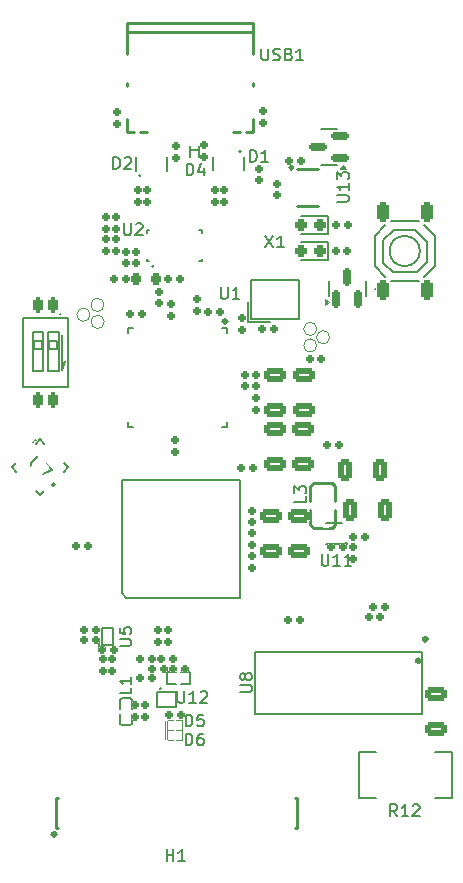
<source format=gbr>
%TF.GenerationSoftware,KiCad,Pcbnew,9.0.0*%
%TF.CreationDate,2025-03-19T22:59:48-05:00*%
%TF.ProjectId,opu_driver,6f70755f-6472-4697-9665-722e6b696361,rev?*%
%TF.SameCoordinates,Original*%
%TF.FileFunction,Legend,Top*%
%TF.FilePolarity,Positive*%
%FSLAX46Y46*%
G04 Gerber Fmt 4.6, Leading zero omitted, Abs format (unit mm)*
G04 Created by KiCad (PCBNEW 9.0.0) date 2025-03-19 22:59:48*
%MOMM*%
%LPD*%
G01*
G04 APERTURE LIST*
G04 Aperture macros list*
%AMRoundRect*
0 Rectangle with rounded corners*
0 $1 Rounding radius*
0 $2 $3 $4 $5 $6 $7 $8 $9 X,Y pos of 4 corners*
0 Add a 4 corners polygon primitive as box body*
4,1,4,$2,$3,$4,$5,$6,$7,$8,$9,$2,$3,0*
0 Add four circle primitives for the rounded corners*
1,1,$1+$1,$2,$3*
1,1,$1+$1,$4,$5*
1,1,$1+$1,$6,$7*
1,1,$1+$1,$8,$9*
0 Add four rect primitives between the rounded corners*
20,1,$1+$1,$2,$3,$4,$5,0*
20,1,$1+$1,$4,$5,$6,$7,0*
20,1,$1+$1,$6,$7,$8,$9,0*
20,1,$1+$1,$8,$9,$2,$3,0*%
%AMRotRect*
0 Rectangle, with rotation*
0 The origin of the aperture is its center*
0 $1 length*
0 $2 width*
0 $3 Rotation angle, in degrees counterclockwise*
0 Add horizontal line*
21,1,$1,$2,0,0,$3*%
%AMFreePoly0*
4,1,14,0.135355,0.285355,0.150000,0.250000,0.150000,-0.250000,0.135355,-0.285355,0.100000,-0.300000,-0.100000,-0.300000,-0.135355,-0.285355,-0.150000,-0.250000,-0.150000,0.150000,-0.135355,0.185355,-0.035355,0.285355,0.000000,0.300000,0.100000,0.300000,0.135355,0.285355,0.135355,0.285355,$1*%
%AMFreePoly1*
4,1,14,0.035355,0.285355,0.135355,0.185355,0.150000,0.150000,0.150000,-0.250000,0.135355,-0.285355,0.100000,-0.300000,-0.100000,-0.300000,-0.135355,-0.285355,-0.150000,-0.250000,-0.150000,0.250000,-0.135355,0.285355,-0.100000,0.300000,0.000000,0.300000,0.035355,0.285355,0.035355,0.285355,$1*%
%AMFreePoly2*
4,1,14,0.285355,0.135355,0.300000,0.100000,0.300000,-0.100000,0.285355,-0.135355,0.250000,-0.150000,-0.150000,-0.150000,-0.185355,-0.135355,-0.285355,-0.035355,-0.300000,0.000000,-0.300000,0.100000,-0.285355,0.135355,-0.250000,0.150000,0.250000,0.150000,0.285355,0.135355,0.285355,0.135355,$1*%
%AMFreePoly3*
4,1,14,0.285355,0.135355,0.300000,0.100000,0.300000,-0.100000,0.285355,-0.135355,0.250000,-0.150000,-0.250000,-0.150000,-0.285355,-0.135355,-0.300000,-0.100000,-0.300000,0.000000,-0.285355,0.035355,-0.185355,0.135355,-0.150000,0.150000,0.250000,0.150000,0.285355,0.135355,0.285355,0.135355,$1*%
%AMFreePoly4*
4,1,14,0.135355,0.285355,0.150000,0.250000,0.150000,-0.150000,0.135355,-0.185355,0.035355,-0.285355,0.000000,-0.300000,-0.100000,-0.300000,-0.135355,-0.285355,-0.150000,-0.250000,-0.150000,0.250000,-0.135355,0.285355,-0.100000,0.300000,0.100000,0.300000,0.135355,0.285355,0.135355,0.285355,$1*%
%AMFreePoly5*
4,1,14,0.135355,0.285355,0.150000,0.250000,0.150000,-0.250000,0.135355,-0.285355,0.100000,-0.300000,0.000000,-0.300000,-0.035355,-0.285355,-0.135355,-0.185355,-0.150000,-0.150000,-0.150000,0.250000,-0.135355,0.285355,-0.100000,0.300000,0.100000,0.300000,0.135355,0.285355,0.135355,0.285355,$1*%
%AMFreePoly6*
4,1,14,0.185355,0.135355,0.285355,0.035355,0.300000,0.000000,0.300000,-0.100000,0.285355,-0.135355,0.250000,-0.150000,-0.250000,-0.150000,-0.285355,-0.135355,-0.300000,-0.100000,-0.300000,0.100000,-0.285355,0.135355,-0.250000,0.150000,0.150000,0.150000,0.185355,0.135355,0.185355,0.135355,$1*%
%AMFreePoly7*
4,1,14,0.285355,0.135355,0.300000,0.100000,0.300000,0.000000,0.285355,-0.035355,0.185355,-0.135355,0.150000,-0.150000,-0.250000,-0.150000,-0.285355,-0.135355,-0.300000,-0.100000,-0.300000,0.100000,-0.285355,0.135355,-0.250000,0.150000,0.250000,0.150000,0.285355,0.135355,0.285355,0.135355,$1*%
G04 Aperture macros list end*
%ADD10C,0.150000*%
%ADD11C,0.120000*%
%ADD12C,0.250000*%
%ADD13C,0.300000*%
%ADD14C,0.080000*%
%ADD15C,0.152400*%
%ADD16C,0.000000*%
%ADD17C,0.200000*%
%ADD18RoundRect,0.159000X-0.189000X0.159000X-0.189000X-0.159000X0.189000X-0.159000X0.189000X0.159000X0*%
%ADD19RoundRect,0.159000X0.189000X-0.159000X0.189000X0.159000X-0.189000X0.159000X-0.189000X-0.159000X0*%
%ADD20RoundRect,0.239000X0.239000X0.274000X-0.239000X0.274000X-0.239000X-0.274000X0.239000X-0.274000X0*%
%ADD21RoundRect,0.266521X-0.671479X0.346479X-0.671479X-0.346479X0.671479X-0.346479X0.671479X0.346479X0*%
%ADD22FreePoly0,0.000000*%
%ADD23O,0.200000X0.510000*%
%ADD24FreePoly1,0.000000*%
%ADD25FreePoly2,0.000000*%
%ADD26O,0.510000X0.200000*%
%ADD27FreePoly3,0.000000*%
%ADD28FreePoly4,0.000000*%
%ADD29FreePoly5,0.000000*%
%ADD30FreePoly6,0.000000*%
%ADD31FreePoly7,0.000000*%
%ADD32R,3.200000X1.200000*%
%ADD33RoundRect,0.159000X-0.246073X-0.021213X-0.021213X-0.246073X0.246073X0.021213X0.021213X0.246073X0*%
%ADD34RoundRect,0.266521X-0.229810X0.719805X-0.719805X0.229810X0.229810X-0.719805X0.719805X-0.229810X0*%
%ADD35RoundRect,0.159000X-0.159000X-0.189000X0.159000X-0.189000X0.159000X0.189000X-0.159000X0.189000X0*%
%ADD36RoundRect,0.266521X0.671479X-0.346479X0.671479X0.346479X-0.671479X0.346479X-0.671479X-0.346479X0*%
%ADD37RoundRect,0.159000X0.159000X0.189000X-0.159000X0.189000X-0.159000X-0.189000X0.159000X-0.189000X0*%
%ADD38RoundRect,0.266521X-0.346479X-0.671479X0.346479X-0.671479X0.346479X0.671479X-0.346479X0.671479X0*%
%ADD39C,0.508000*%
%ADD40R,0.600000X1.800000*%
%ADD41R,0.220000X0.610000*%
%ADD42R,0.410000X0.610000*%
%ADD43R,1.400000X1.200000*%
%ADD44RoundRect,0.159000X-0.021213X0.246073X-0.246073X0.021213X0.021213X-0.246073X0.246073X-0.021213X0*%
%ADD45R,0.400000X0.600000*%
%ADD46RoundRect,0.150000X0.150000X-0.590000X0.150000X0.590000X-0.150000X0.590000X-0.150000X-0.590000X0*%
%ADD47R,1.380000X1.130000*%
%ADD48RotRect,0.330200X0.406400X45.000000*%
%ADD49RotRect,0.330200X0.406400X315.000000*%
%ADD50RotRect,1.092200X1.092200X315.000000*%
%ADD51RoundRect,0.159000X0.246073X0.021213X0.021213X0.246073X-0.246073X-0.021213X-0.021213X-0.246073X0*%
%ADD52RoundRect,0.150000X0.590000X0.150000X-0.590000X0.150000X-0.590000X-0.150000X0.590000X-0.150000X0*%
%ADD53RoundRect,0.159000X0.021213X-0.246073X0.246073X-0.021213X-0.021213X0.246073X-0.246073X0.021213X0*%
%ADD54O,0.280000X1.720000*%
%ADD55R,5.830000X3.230000*%
%ADD56RoundRect,0.219000X0.219000X0.294000X-0.219000X0.294000X-0.219000X-0.294000X0.219000X-0.294000X0*%
%ADD57C,0.800000*%
%ADD58R,0.300000X1.140000*%
%ADD59R,1.450000X0.300000*%
%ADD60O,1.190000X2.840000*%
%ADD61C,1.000000*%
%ADD62RoundRect,0.250000X0.250000X-0.600000X0.250000X0.600000X-0.250000X0.600000X-0.250000X-0.600000X0*%
%ADD63R,1.100000X0.600000*%
%ADD64R,0.550000X0.280000*%
%ADD65C,0.220000*%
%ADD66R,0.540000X0.790000*%
%ADD67RoundRect,0.200000X-0.200000X0.450000X-0.200000X-0.450000X0.200000X-0.450000X0.200000X0.450000X0*%
%ADD68R,0.570000X0.540000*%
%ADD69RoundRect,0.266521X0.229810X-0.719805X0.719805X-0.229810X-0.229810X0.719805X-0.719805X0.229810X0*%
%ADD70C,0.200000*%
%ADD71R,0.260000X0.520000*%
%ADD72R,1.280000X3.460000*%
%ADD73C,0.230000*%
%ADD74R,0.200000X0.900000*%
%ADD75R,0.900000X0.200000*%
%ADD76R,5.500000X5.500000*%
G04 APERTURE END LIST*
D10*
X45238095Y-121854819D02*
X45238095Y-122664342D01*
X45238095Y-122664342D02*
X45285714Y-122759580D01*
X45285714Y-122759580D02*
X45333333Y-122807200D01*
X45333333Y-122807200D02*
X45428571Y-122854819D01*
X45428571Y-122854819D02*
X45619047Y-122854819D01*
X45619047Y-122854819D02*
X45714285Y-122807200D01*
X45714285Y-122807200D02*
X45761904Y-122759580D01*
X45761904Y-122759580D02*
X45809523Y-122664342D01*
X45809523Y-122664342D02*
X45809523Y-121854819D01*
X46238095Y-121950057D02*
X46285714Y-121902438D01*
X46285714Y-121902438D02*
X46380952Y-121854819D01*
X46380952Y-121854819D02*
X46619047Y-121854819D01*
X46619047Y-121854819D02*
X46714285Y-121902438D01*
X46714285Y-121902438D02*
X46761904Y-121950057D01*
X46761904Y-121950057D02*
X46809523Y-122045295D01*
X46809523Y-122045295D02*
X46809523Y-122140533D01*
X46809523Y-122140533D02*
X46761904Y-122283390D01*
X46761904Y-122283390D02*
X46190476Y-122854819D01*
X46190476Y-122854819D02*
X46809523Y-122854819D01*
X48838095Y-175854819D02*
X48838095Y-174854819D01*
X48838095Y-175331009D02*
X49409523Y-175331009D01*
X49409523Y-175854819D02*
X49409523Y-174854819D01*
X50409523Y-175854819D02*
X49838095Y-175854819D01*
X50123809Y-175854819D02*
X50123809Y-174854819D01*
X50123809Y-174854819D02*
X50028571Y-174997676D01*
X50028571Y-174997676D02*
X49933333Y-175092914D01*
X49933333Y-175092914D02*
X49838095Y-175140533D01*
X55920070Y-116654819D02*
X55920070Y-115654819D01*
X55920070Y-115654819D02*
X56158165Y-115654819D01*
X56158165Y-115654819D02*
X56301022Y-115702438D01*
X56301022Y-115702438D02*
X56396260Y-115797676D01*
X56396260Y-115797676D02*
X56443879Y-115892914D01*
X56443879Y-115892914D02*
X56491498Y-116083390D01*
X56491498Y-116083390D02*
X56491498Y-116226247D01*
X56491498Y-116226247D02*
X56443879Y-116416723D01*
X56443879Y-116416723D02*
X56396260Y-116511961D01*
X56396260Y-116511961D02*
X56301022Y-116607200D01*
X56301022Y-116607200D02*
X56158165Y-116654819D01*
X56158165Y-116654819D02*
X55920070Y-116654819D01*
X57443879Y-116654819D02*
X56872451Y-116654819D01*
X57158165Y-116654819D02*
X57158165Y-115654819D01*
X57158165Y-115654819D02*
X57062927Y-115797676D01*
X57062927Y-115797676D02*
X56967689Y-115892914D01*
X56967689Y-115892914D02*
X56872451Y-115940533D01*
X57211353Y-122901757D02*
X57878019Y-123901757D01*
X57878019Y-122901757D02*
X57211353Y-123901757D01*
X58782781Y-123901757D02*
X58211353Y-123901757D01*
X58497067Y-123901757D02*
X58497067Y-122901757D01*
X58497067Y-122901757D02*
X58401829Y-123044614D01*
X58401829Y-123044614D02*
X58306591Y-123139852D01*
X58306591Y-123139852D02*
X58211353Y-123187471D01*
X50461905Y-164454819D02*
X50461905Y-163454819D01*
X50461905Y-163454819D02*
X50700000Y-163454819D01*
X50700000Y-163454819D02*
X50842857Y-163502438D01*
X50842857Y-163502438D02*
X50938095Y-163597676D01*
X50938095Y-163597676D02*
X50985714Y-163692914D01*
X50985714Y-163692914D02*
X51033333Y-163883390D01*
X51033333Y-163883390D02*
X51033333Y-164026247D01*
X51033333Y-164026247D02*
X50985714Y-164216723D01*
X50985714Y-164216723D02*
X50938095Y-164311961D01*
X50938095Y-164311961D02*
X50842857Y-164407200D01*
X50842857Y-164407200D02*
X50700000Y-164454819D01*
X50700000Y-164454819D02*
X50461905Y-164454819D01*
X51938095Y-163454819D02*
X51461905Y-163454819D01*
X51461905Y-163454819D02*
X51414286Y-163931009D01*
X51414286Y-163931009D02*
X51461905Y-163883390D01*
X51461905Y-163883390D02*
X51557143Y-163835771D01*
X51557143Y-163835771D02*
X51795238Y-163835771D01*
X51795238Y-163835771D02*
X51890476Y-163883390D01*
X51890476Y-163883390D02*
X51938095Y-163931009D01*
X51938095Y-163931009D02*
X51985714Y-164026247D01*
X51985714Y-164026247D02*
X51985714Y-164264342D01*
X51985714Y-164264342D02*
X51938095Y-164359580D01*
X51938095Y-164359580D02*
X51890476Y-164407200D01*
X51890476Y-164407200D02*
X51795238Y-164454819D01*
X51795238Y-164454819D02*
X51557143Y-164454819D01*
X51557143Y-164454819D02*
X51461905Y-164407200D01*
X51461905Y-164407200D02*
X51414286Y-164359580D01*
X44333270Y-117251286D02*
X44333270Y-116251286D01*
X44333270Y-116251286D02*
X44571365Y-116251286D01*
X44571365Y-116251286D02*
X44714222Y-116298905D01*
X44714222Y-116298905D02*
X44809460Y-116394143D01*
X44809460Y-116394143D02*
X44857079Y-116489381D01*
X44857079Y-116489381D02*
X44904698Y-116679857D01*
X44904698Y-116679857D02*
X44904698Y-116822714D01*
X44904698Y-116822714D02*
X44857079Y-117013190D01*
X44857079Y-117013190D02*
X44809460Y-117108428D01*
X44809460Y-117108428D02*
X44714222Y-117203667D01*
X44714222Y-117203667D02*
X44571365Y-117251286D01*
X44571365Y-117251286D02*
X44333270Y-117251286D01*
X45285651Y-116346524D02*
X45333270Y-116298905D01*
X45333270Y-116298905D02*
X45428508Y-116251286D01*
X45428508Y-116251286D02*
X45666603Y-116251286D01*
X45666603Y-116251286D02*
X45761841Y-116298905D01*
X45761841Y-116298905D02*
X45809460Y-116346524D01*
X45809460Y-116346524D02*
X45857079Y-116441762D01*
X45857079Y-116441762D02*
X45857079Y-116537000D01*
X45857079Y-116537000D02*
X45809460Y-116679857D01*
X45809460Y-116679857D02*
X45238032Y-117251286D01*
X45238032Y-117251286D02*
X45857079Y-117251286D01*
X60654819Y-144966666D02*
X60654819Y-145442856D01*
X60654819Y-145442856D02*
X59654819Y-145442856D01*
X59654819Y-144728570D02*
X59654819Y-144109523D01*
X59654819Y-144109523D02*
X60035771Y-144442856D01*
X60035771Y-144442856D02*
X60035771Y-144299999D01*
X60035771Y-144299999D02*
X60083390Y-144204761D01*
X60083390Y-144204761D02*
X60131009Y-144157142D01*
X60131009Y-144157142D02*
X60226247Y-144109523D01*
X60226247Y-144109523D02*
X60464342Y-144109523D01*
X60464342Y-144109523D02*
X60559580Y-144157142D01*
X60559580Y-144157142D02*
X60607200Y-144204761D01*
X60607200Y-144204761D02*
X60654819Y-144299999D01*
X60654819Y-144299999D02*
X60654819Y-144585713D01*
X60654819Y-144585713D02*
X60607200Y-144680951D01*
X60607200Y-144680951D02*
X60559580Y-144728570D01*
X37965393Y-141594067D02*
X37392973Y-142166487D01*
X37392973Y-142166487D02*
X37359301Y-142267502D01*
X37359301Y-142267502D02*
X37359301Y-142334846D01*
X37359301Y-142334846D02*
X37392973Y-142435861D01*
X37392973Y-142435861D02*
X37527660Y-142570548D01*
X37527660Y-142570548D02*
X37628675Y-142604220D01*
X37628675Y-142604220D02*
X37696019Y-142604220D01*
X37696019Y-142604220D02*
X37797034Y-142570548D01*
X37797034Y-142570548D02*
X38369454Y-141998128D01*
X38638828Y-142267502D02*
X39110232Y-142738907D01*
X39110232Y-142738907D02*
X38100080Y-143142968D01*
X37738664Y-139952769D02*
X37570305Y-140121127D01*
X37469290Y-139885425D02*
X37570305Y-140121127D01*
X37570305Y-140121127D02*
X37806007Y-140222143D01*
X37334603Y-140154799D02*
X37570305Y-140121127D01*
X37570305Y-140121127D02*
X37536633Y-140356830D01*
X37738664Y-139952769D02*
X37570305Y-140121127D01*
X37469290Y-139885425D02*
X37570305Y-140121127D01*
X37570305Y-140121127D02*
X37806007Y-140222143D01*
X37334603Y-140154799D02*
X37570305Y-140121127D01*
X37570305Y-140121127D02*
X37536633Y-140356830D01*
X55054819Y-161527771D02*
X55864342Y-161527771D01*
X55864342Y-161527771D02*
X55959580Y-161480152D01*
X55959580Y-161480152D02*
X56007200Y-161432533D01*
X56007200Y-161432533D02*
X56054819Y-161337295D01*
X56054819Y-161337295D02*
X56054819Y-161146819D01*
X56054819Y-161146819D02*
X56007200Y-161051581D01*
X56007200Y-161051581D02*
X55959580Y-161003962D01*
X55959580Y-161003962D02*
X55864342Y-160956343D01*
X55864342Y-160956343D02*
X55054819Y-160956343D01*
X55483390Y-160337295D02*
X55435771Y-160432533D01*
X55435771Y-160432533D02*
X55388152Y-160480152D01*
X55388152Y-160480152D02*
X55292914Y-160527771D01*
X55292914Y-160527771D02*
X55245295Y-160527771D01*
X55245295Y-160527771D02*
X55150057Y-160480152D01*
X55150057Y-160480152D02*
X55102438Y-160432533D01*
X55102438Y-160432533D02*
X55054819Y-160337295D01*
X55054819Y-160337295D02*
X55054819Y-160146819D01*
X55054819Y-160146819D02*
X55102438Y-160051581D01*
X55102438Y-160051581D02*
X55150057Y-160003962D01*
X55150057Y-160003962D02*
X55245295Y-159956343D01*
X55245295Y-159956343D02*
X55292914Y-159956343D01*
X55292914Y-159956343D02*
X55388152Y-160003962D01*
X55388152Y-160003962D02*
X55435771Y-160051581D01*
X55435771Y-160051581D02*
X55483390Y-160146819D01*
X55483390Y-160146819D02*
X55483390Y-160337295D01*
X55483390Y-160337295D02*
X55531009Y-160432533D01*
X55531009Y-160432533D02*
X55578628Y-160480152D01*
X55578628Y-160480152D02*
X55673866Y-160527771D01*
X55673866Y-160527771D02*
X55864342Y-160527771D01*
X55864342Y-160527771D02*
X55959580Y-160480152D01*
X55959580Y-160480152D02*
X56007200Y-160432533D01*
X56007200Y-160432533D02*
X56054819Y-160337295D01*
X56054819Y-160337295D02*
X56054819Y-160146819D01*
X56054819Y-160146819D02*
X56007200Y-160051581D01*
X56007200Y-160051581D02*
X55959580Y-160003962D01*
X55959580Y-160003962D02*
X55864342Y-159956343D01*
X55864342Y-159956343D02*
X55673866Y-159956343D01*
X55673866Y-159956343D02*
X55578628Y-160003962D01*
X55578628Y-160003962D02*
X55531009Y-160051581D01*
X55531009Y-160051581D02*
X55483390Y-160146819D01*
X56874070Y-107066686D02*
X56874070Y-107876209D01*
X56874070Y-107876209D02*
X56921689Y-107971447D01*
X56921689Y-107971447D02*
X56969308Y-108019067D01*
X56969308Y-108019067D02*
X57064546Y-108066686D01*
X57064546Y-108066686D02*
X57255022Y-108066686D01*
X57255022Y-108066686D02*
X57350260Y-108019067D01*
X57350260Y-108019067D02*
X57397879Y-107971447D01*
X57397879Y-107971447D02*
X57445498Y-107876209D01*
X57445498Y-107876209D02*
X57445498Y-107066686D01*
X57874070Y-108019067D02*
X58016927Y-108066686D01*
X58016927Y-108066686D02*
X58255022Y-108066686D01*
X58255022Y-108066686D02*
X58350260Y-108019067D01*
X58350260Y-108019067D02*
X58397879Y-107971447D01*
X58397879Y-107971447D02*
X58445498Y-107876209D01*
X58445498Y-107876209D02*
X58445498Y-107780971D01*
X58445498Y-107780971D02*
X58397879Y-107685733D01*
X58397879Y-107685733D02*
X58350260Y-107638114D01*
X58350260Y-107638114D02*
X58255022Y-107590495D01*
X58255022Y-107590495D02*
X58064546Y-107542876D01*
X58064546Y-107542876D02*
X57969308Y-107495257D01*
X57969308Y-107495257D02*
X57921689Y-107447638D01*
X57921689Y-107447638D02*
X57874070Y-107352400D01*
X57874070Y-107352400D02*
X57874070Y-107257162D01*
X57874070Y-107257162D02*
X57921689Y-107161924D01*
X57921689Y-107161924D02*
X57969308Y-107114305D01*
X57969308Y-107114305D02*
X58064546Y-107066686D01*
X58064546Y-107066686D02*
X58302641Y-107066686D01*
X58302641Y-107066686D02*
X58445498Y-107114305D01*
X59207403Y-107542876D02*
X59350260Y-107590495D01*
X59350260Y-107590495D02*
X59397879Y-107638114D01*
X59397879Y-107638114D02*
X59445498Y-107733352D01*
X59445498Y-107733352D02*
X59445498Y-107876209D01*
X59445498Y-107876209D02*
X59397879Y-107971447D01*
X59397879Y-107971447D02*
X59350260Y-108019067D01*
X59350260Y-108019067D02*
X59255022Y-108066686D01*
X59255022Y-108066686D02*
X58874070Y-108066686D01*
X58874070Y-108066686D02*
X58874070Y-107066686D01*
X58874070Y-107066686D02*
X59207403Y-107066686D01*
X59207403Y-107066686D02*
X59302641Y-107114305D01*
X59302641Y-107114305D02*
X59350260Y-107161924D01*
X59350260Y-107161924D02*
X59397879Y-107257162D01*
X59397879Y-107257162D02*
X59397879Y-107352400D01*
X59397879Y-107352400D02*
X59350260Y-107447638D01*
X59350260Y-107447638D02*
X59302641Y-107495257D01*
X59302641Y-107495257D02*
X59207403Y-107542876D01*
X59207403Y-107542876D02*
X58874070Y-107542876D01*
X60397879Y-108066686D02*
X59826451Y-108066686D01*
X60112165Y-108066686D02*
X60112165Y-107066686D01*
X60112165Y-107066686D02*
X60016927Y-107209543D01*
X60016927Y-107209543D02*
X59921689Y-107304781D01*
X59921689Y-107304781D02*
X59826451Y-107352400D01*
X63254819Y-120038094D02*
X64064342Y-120038094D01*
X64064342Y-120038094D02*
X64159580Y-119990475D01*
X64159580Y-119990475D02*
X64207200Y-119942856D01*
X64207200Y-119942856D02*
X64254819Y-119847618D01*
X64254819Y-119847618D02*
X64254819Y-119657142D01*
X64254819Y-119657142D02*
X64207200Y-119561904D01*
X64207200Y-119561904D02*
X64159580Y-119514285D01*
X64159580Y-119514285D02*
X64064342Y-119466666D01*
X64064342Y-119466666D02*
X63254819Y-119466666D01*
X64254819Y-118466666D02*
X64254819Y-119038094D01*
X64254819Y-118752380D02*
X63254819Y-118752380D01*
X63254819Y-118752380D02*
X63397676Y-118847618D01*
X63397676Y-118847618D02*
X63492914Y-118942856D01*
X63492914Y-118942856D02*
X63540533Y-119038094D01*
X63254819Y-118133332D02*
X63254819Y-117514285D01*
X63254819Y-117514285D02*
X63635771Y-117847618D01*
X63635771Y-117847618D02*
X63635771Y-117704761D01*
X63635771Y-117704761D02*
X63683390Y-117609523D01*
X63683390Y-117609523D02*
X63731009Y-117561904D01*
X63731009Y-117561904D02*
X63826247Y-117514285D01*
X63826247Y-117514285D02*
X64064342Y-117514285D01*
X64064342Y-117514285D02*
X64159580Y-117561904D01*
X64159580Y-117561904D02*
X64207200Y-117609523D01*
X64207200Y-117609523D02*
X64254819Y-117704761D01*
X64254819Y-117704761D02*
X64254819Y-117990475D01*
X64254819Y-117990475D02*
X64207200Y-118085713D01*
X64207200Y-118085713D02*
X64159580Y-118133332D01*
X61961905Y-149854819D02*
X61961905Y-150664342D01*
X61961905Y-150664342D02*
X62009524Y-150759580D01*
X62009524Y-150759580D02*
X62057143Y-150807200D01*
X62057143Y-150807200D02*
X62152381Y-150854819D01*
X62152381Y-150854819D02*
X62342857Y-150854819D01*
X62342857Y-150854819D02*
X62438095Y-150807200D01*
X62438095Y-150807200D02*
X62485714Y-150759580D01*
X62485714Y-150759580D02*
X62533333Y-150664342D01*
X62533333Y-150664342D02*
X62533333Y-149854819D01*
X63533333Y-150854819D02*
X62961905Y-150854819D01*
X63247619Y-150854819D02*
X63247619Y-149854819D01*
X63247619Y-149854819D02*
X63152381Y-149997676D01*
X63152381Y-149997676D02*
X63057143Y-150092914D01*
X63057143Y-150092914D02*
X62961905Y-150140533D01*
X64485714Y-150854819D02*
X63914286Y-150854819D01*
X64200000Y-150854819D02*
X64200000Y-149854819D01*
X64200000Y-149854819D02*
X64104762Y-149997676D01*
X64104762Y-149997676D02*
X64009524Y-150092914D01*
X64009524Y-150092914D02*
X63914286Y-150140533D01*
X44854819Y-157623451D02*
X45664342Y-157623451D01*
X45664342Y-157623451D02*
X45759580Y-157575832D01*
X45759580Y-157575832D02*
X45807200Y-157528213D01*
X45807200Y-157528213D02*
X45854819Y-157432975D01*
X45854819Y-157432975D02*
X45854819Y-157242499D01*
X45854819Y-157242499D02*
X45807200Y-157147261D01*
X45807200Y-157147261D02*
X45759580Y-157099642D01*
X45759580Y-157099642D02*
X45664342Y-157052023D01*
X45664342Y-157052023D02*
X44854819Y-157052023D01*
X44854819Y-156099642D02*
X44854819Y-156575832D01*
X44854819Y-156575832D02*
X45331009Y-156623451D01*
X45331009Y-156623451D02*
X45283390Y-156575832D01*
X45283390Y-156575832D02*
X45235771Y-156480594D01*
X45235771Y-156480594D02*
X45235771Y-156242499D01*
X45235771Y-156242499D02*
X45283390Y-156147261D01*
X45283390Y-156147261D02*
X45331009Y-156099642D01*
X45331009Y-156099642D02*
X45426247Y-156052023D01*
X45426247Y-156052023D02*
X45664342Y-156052023D01*
X45664342Y-156052023D02*
X45759580Y-156099642D01*
X45759580Y-156099642D02*
X45807200Y-156147261D01*
X45807200Y-156147261D02*
X45854819Y-156242499D01*
X45854819Y-156242499D02*
X45854819Y-156480594D01*
X45854819Y-156480594D02*
X45807200Y-156575832D01*
X45807200Y-156575832D02*
X45759580Y-156623451D01*
X45854819Y-161166666D02*
X45854819Y-161642856D01*
X45854819Y-161642856D02*
X44854819Y-161642856D01*
X45854819Y-160309523D02*
X45854819Y-160880951D01*
X45854819Y-160595237D02*
X44854819Y-160595237D01*
X44854819Y-160595237D02*
X44997676Y-160690475D01*
X44997676Y-160690475D02*
X45092914Y-160785713D01*
X45092914Y-160785713D02*
X45140533Y-160880951D01*
X49761905Y-161454819D02*
X49761905Y-162264342D01*
X49761905Y-162264342D02*
X49809524Y-162359580D01*
X49809524Y-162359580D02*
X49857143Y-162407200D01*
X49857143Y-162407200D02*
X49952381Y-162454819D01*
X49952381Y-162454819D02*
X50142857Y-162454819D01*
X50142857Y-162454819D02*
X50238095Y-162407200D01*
X50238095Y-162407200D02*
X50285714Y-162359580D01*
X50285714Y-162359580D02*
X50333333Y-162264342D01*
X50333333Y-162264342D02*
X50333333Y-161454819D01*
X51333333Y-162454819D02*
X50761905Y-162454819D01*
X51047619Y-162454819D02*
X51047619Y-161454819D01*
X51047619Y-161454819D02*
X50952381Y-161597676D01*
X50952381Y-161597676D02*
X50857143Y-161692914D01*
X50857143Y-161692914D02*
X50761905Y-161740533D01*
X51714286Y-161550057D02*
X51761905Y-161502438D01*
X51761905Y-161502438D02*
X51857143Y-161454819D01*
X51857143Y-161454819D02*
X52095238Y-161454819D01*
X52095238Y-161454819D02*
X52190476Y-161502438D01*
X52190476Y-161502438D02*
X52238095Y-161550057D01*
X52238095Y-161550057D02*
X52285714Y-161645295D01*
X52285714Y-161645295D02*
X52285714Y-161740533D01*
X52285714Y-161740533D02*
X52238095Y-161883390D01*
X52238095Y-161883390D02*
X51666667Y-162454819D01*
X51666667Y-162454819D02*
X52285714Y-162454819D01*
X50538114Y-117806286D02*
X50538114Y-116806286D01*
X50538114Y-116806286D02*
X50776209Y-116806286D01*
X50776209Y-116806286D02*
X50919066Y-116853905D01*
X50919066Y-116853905D02*
X51014304Y-116949143D01*
X51014304Y-116949143D02*
X51061923Y-117044381D01*
X51061923Y-117044381D02*
X51109542Y-117234857D01*
X51109542Y-117234857D02*
X51109542Y-117377714D01*
X51109542Y-117377714D02*
X51061923Y-117568190D01*
X51061923Y-117568190D02*
X51014304Y-117663428D01*
X51014304Y-117663428D02*
X50919066Y-117758667D01*
X50919066Y-117758667D02*
X50776209Y-117806286D01*
X50776209Y-117806286D02*
X50538114Y-117806286D01*
X51966685Y-117139619D02*
X51966685Y-117806286D01*
X51728590Y-116758667D02*
X51490495Y-117472952D01*
X51490495Y-117472952D02*
X52109542Y-117472952D01*
X68357142Y-172054819D02*
X68023809Y-171578628D01*
X67785714Y-172054819D02*
X67785714Y-171054819D01*
X67785714Y-171054819D02*
X68166666Y-171054819D01*
X68166666Y-171054819D02*
X68261904Y-171102438D01*
X68261904Y-171102438D02*
X68309523Y-171150057D01*
X68309523Y-171150057D02*
X68357142Y-171245295D01*
X68357142Y-171245295D02*
X68357142Y-171388152D01*
X68357142Y-171388152D02*
X68309523Y-171483390D01*
X68309523Y-171483390D02*
X68261904Y-171531009D01*
X68261904Y-171531009D02*
X68166666Y-171578628D01*
X68166666Y-171578628D02*
X67785714Y-171578628D01*
X69309523Y-172054819D02*
X68738095Y-172054819D01*
X69023809Y-172054819D02*
X69023809Y-171054819D01*
X69023809Y-171054819D02*
X68928571Y-171197676D01*
X68928571Y-171197676D02*
X68833333Y-171292914D01*
X68833333Y-171292914D02*
X68738095Y-171340533D01*
X69690476Y-171150057D02*
X69738095Y-171102438D01*
X69738095Y-171102438D02*
X69833333Y-171054819D01*
X69833333Y-171054819D02*
X70071428Y-171054819D01*
X70071428Y-171054819D02*
X70166666Y-171102438D01*
X70166666Y-171102438D02*
X70214285Y-171150057D01*
X70214285Y-171150057D02*
X70261904Y-171245295D01*
X70261904Y-171245295D02*
X70261904Y-171340533D01*
X70261904Y-171340533D02*
X70214285Y-171483390D01*
X70214285Y-171483390D02*
X69642857Y-172054819D01*
X69642857Y-172054819D02*
X70261904Y-172054819D01*
X50461905Y-166054819D02*
X50461905Y-165054819D01*
X50461905Y-165054819D02*
X50700000Y-165054819D01*
X50700000Y-165054819D02*
X50842857Y-165102438D01*
X50842857Y-165102438D02*
X50938095Y-165197676D01*
X50938095Y-165197676D02*
X50985714Y-165292914D01*
X50985714Y-165292914D02*
X51033333Y-165483390D01*
X51033333Y-165483390D02*
X51033333Y-165626247D01*
X51033333Y-165626247D02*
X50985714Y-165816723D01*
X50985714Y-165816723D02*
X50938095Y-165911961D01*
X50938095Y-165911961D02*
X50842857Y-166007200D01*
X50842857Y-166007200D02*
X50700000Y-166054819D01*
X50700000Y-166054819D02*
X50461905Y-166054819D01*
X51890476Y-165054819D02*
X51700000Y-165054819D01*
X51700000Y-165054819D02*
X51604762Y-165102438D01*
X51604762Y-165102438D02*
X51557143Y-165150057D01*
X51557143Y-165150057D02*
X51461905Y-165292914D01*
X51461905Y-165292914D02*
X51414286Y-165483390D01*
X51414286Y-165483390D02*
X51414286Y-165864342D01*
X51414286Y-165864342D02*
X51461905Y-165959580D01*
X51461905Y-165959580D02*
X51509524Y-166007200D01*
X51509524Y-166007200D02*
X51604762Y-166054819D01*
X51604762Y-166054819D02*
X51795238Y-166054819D01*
X51795238Y-166054819D02*
X51890476Y-166007200D01*
X51890476Y-166007200D02*
X51938095Y-165959580D01*
X51938095Y-165959580D02*
X51985714Y-165864342D01*
X51985714Y-165864342D02*
X51985714Y-165626247D01*
X51985714Y-165626247D02*
X51938095Y-165531009D01*
X51938095Y-165531009D02*
X51890476Y-165483390D01*
X51890476Y-165483390D02*
X51795238Y-165435771D01*
X51795238Y-165435771D02*
X51604762Y-165435771D01*
X51604762Y-165435771D02*
X51509524Y-165483390D01*
X51509524Y-165483390D02*
X51461905Y-165531009D01*
X51461905Y-165531009D02*
X51414286Y-165626247D01*
X53438095Y-127254819D02*
X53438095Y-128064342D01*
X53438095Y-128064342D02*
X53485714Y-128159580D01*
X53485714Y-128159580D02*
X53533333Y-128207200D01*
X53533333Y-128207200D02*
X53628571Y-128254819D01*
X53628571Y-128254819D02*
X53819047Y-128254819D01*
X53819047Y-128254819D02*
X53914285Y-128207200D01*
X53914285Y-128207200D02*
X53961904Y-128159580D01*
X53961904Y-128159580D02*
X54009523Y-128064342D01*
X54009523Y-128064342D02*
X54009523Y-127254819D01*
X55009523Y-128254819D02*
X54438095Y-128254819D01*
X54723809Y-128254819D02*
X54723809Y-127254819D01*
X54723809Y-127254819D02*
X54628571Y-127397676D01*
X54628571Y-127397676D02*
X54533333Y-127492914D01*
X54533333Y-127492914D02*
X54438095Y-127540533D01*
%TO.C,D7*%
X60200001Y-124930000D02*
X62490000Y-124930000D01*
X62490000Y-123470000D02*
X60200001Y-123470000D01*
X62490000Y-124930000D02*
X62490000Y-123470000D01*
%TO.C,U2*%
X47143565Y-122412767D02*
X47373565Y-122412767D01*
X47143565Y-122642767D02*
X47143565Y-122412767D01*
X47143565Y-124842767D02*
X47143565Y-125072767D01*
X47143565Y-125072767D02*
X47373565Y-125072767D01*
X51803565Y-122412767D02*
X51573565Y-122412767D01*
X51803565Y-122642767D02*
X51803565Y-122412767D01*
X51803565Y-124842767D02*
X51803565Y-125072767D01*
X51803565Y-125072767D02*
X51573565Y-125072767D01*
X47743565Y-125472767D02*
G75*
G02*
X47603565Y-125472767I-70000J0D01*
G01*
X47603565Y-125472767D02*
G75*
G02*
X47743565Y-125472767I70000J0D01*
G01*
D11*
%TO.C,TP11*%
X42358800Y-129600000D02*
G75*
G02*
X41241200Y-129600000I-558800J0D01*
G01*
X41241200Y-129600000D02*
G75*
G02*
X42358800Y-129600000I558800J0D01*
G01*
D12*
%TO.C,H1*%
X39455165Y-170550000D02*
X39615165Y-170550000D01*
X39455165Y-173050000D02*
X39455165Y-170550000D01*
X39615165Y-173050000D02*
X39455165Y-173050000D01*
X59685165Y-170550000D02*
X59845165Y-170550000D01*
X59845165Y-170550000D02*
X59845165Y-173050000D01*
X59845165Y-173050000D02*
X59685165Y-173050000D01*
D13*
X39465165Y-173580000D02*
G75*
G02*
X39165165Y-173580000I-150000J0D01*
G01*
X39165165Y-173580000D02*
G75*
G02*
X39465165Y-173580000I150000J0D01*
G01*
D10*
%TO.C,D1*%
X52740965Y-116212867D02*
X52740965Y-117372867D01*
X55400965Y-116212867D02*
X55400965Y-117372867D01*
X55140965Y-115772867D02*
G75*
G02*
X55000965Y-115772867I-70000J0D01*
G01*
X55000965Y-115772867D02*
G75*
G02*
X55140965Y-115772867I70000J0D01*
G01*
%TO.C,X1*%
X55760877Y-128546938D02*
X55760877Y-130206938D01*
X55760877Y-130206938D02*
X57620877Y-130206938D01*
X55990877Y-126616938D02*
X60050877Y-126616938D01*
X55990877Y-129976938D02*
X55990877Y-126616938D01*
X60050877Y-126616938D02*
X60050877Y-129976938D01*
X60050877Y-129976938D02*
X55990877Y-129976938D01*
D14*
%TO.C,D5*%
X48695165Y-164005867D02*
X48695165Y-164715867D01*
X48835165Y-164035867D02*
X48835165Y-164715867D01*
X48835165Y-164715867D02*
X48925165Y-164795867D01*
X48925165Y-163945867D02*
X48835165Y-164035867D01*
X48925165Y-164795867D02*
X49375165Y-164795867D01*
X49365165Y-163945867D02*
X48925165Y-163945867D01*
X49375165Y-164795867D02*
X49375165Y-164795867D01*
X49655165Y-163935867D02*
X50185165Y-163935867D01*
X49665165Y-164795867D02*
X49665165Y-164795867D01*
X50185165Y-163935867D02*
X50185165Y-164795867D01*
X50185165Y-164795867D02*
X49665165Y-164795867D01*
D10*
%TO.C,Q1*%
X62567739Y-127362630D02*
X62567740Y-126712630D01*
X62567739Y-127362630D02*
X62567740Y-128012630D01*
X65687741Y-127362630D02*
X65687740Y-126712630D01*
X65687741Y-127362630D02*
X65687740Y-128012630D01*
D11*
X62617740Y-128525130D02*
X62287740Y-128765130D01*
X62287741Y-128285130D01*
X62617740Y-128525130D01*
G36*
X62617740Y-128525130D02*
G01*
X62287740Y-128765130D01*
X62287741Y-128285130D01*
X62617740Y-128525130D01*
G37*
D10*
%TO.C,D2*%
X46238565Y-117398267D02*
X46238565Y-116238267D01*
X48898565Y-117398267D02*
X48898565Y-116238267D01*
X46638565Y-117838267D02*
G75*
G02*
X46498565Y-117838267I-70000J0D01*
G01*
X46498565Y-117838267D02*
G75*
G02*
X46638565Y-117838267I70000J0D01*
G01*
D12*
%TO.C,L3*%
X61025165Y-144072976D02*
X61025165Y-145342976D01*
X61025165Y-146102976D02*
X61025166Y-147242976D01*
X61025166Y-147242976D02*
X61025166Y-147372976D01*
X61025166Y-147372976D02*
X61285165Y-147622976D01*
X61285165Y-143812976D02*
X61025165Y-144072976D01*
X61285165Y-147622976D02*
X62685165Y-147622976D01*
X61415165Y-143812976D02*
X61285165Y-143812976D01*
X62685165Y-147622976D02*
X62805165Y-147622976D01*
X62805165Y-143812976D02*
X61415165Y-143812976D01*
X62805165Y-147622976D02*
X63065164Y-147372976D01*
X63065164Y-147372976D02*
X63065165Y-146102976D01*
X63065165Y-144072976D02*
X62805165Y-143812976D01*
X63065165Y-144202976D02*
X63065165Y-144072976D01*
X63065165Y-145342976D02*
X63065165Y-144202976D01*
D15*
%TO.C,U7*%
X35747852Y-142518317D02*
X36115074Y-142885539D01*
X36115074Y-142151095D02*
X35747852Y-142518317D01*
X37751418Y-144521883D02*
X38118640Y-144889105D01*
X38118640Y-140147529D02*
X37751418Y-140514751D01*
X38118640Y-144889105D02*
X38485862Y-144521883D01*
X38485862Y-140514751D02*
X38118640Y-140147529D01*
X40122206Y-142885539D02*
X40489428Y-142518317D01*
X40489428Y-142518317D02*
X40122206Y-142151095D01*
D16*
G36*
X39459482Y-143943394D02*
G01*
X39190074Y-144212802D01*
X39010469Y-144033196D01*
X39279877Y-143763789D01*
X39459482Y-143943394D01*
G37*
D10*
%TO.C,Q2*%
X62600000Y-113839999D02*
X61950000Y-113840000D01*
X62600000Y-113839999D02*
X63250000Y-113840000D01*
X62600000Y-116960001D02*
X61950000Y-116960000D01*
X62600000Y-116960001D02*
X63250000Y-116960000D01*
D11*
X64002500Y-117240000D02*
X63522500Y-117239999D01*
X63762500Y-116910000D01*
X64002500Y-117240000D01*
G36*
X64002500Y-117240000D02*
G01*
X63522500Y-117239999D01*
X63762500Y-116910000D01*
X64002500Y-117240000D01*
G37*
%TO.C,TP6*%
X61558800Y-130800000D02*
G75*
G02*
X60441200Y-130800000I-558800J0D01*
G01*
X60441200Y-130800000D02*
G75*
G02*
X61558800Y-130800000I558800J0D01*
G01*
%TO.C,TP8*%
X62649854Y-131508199D02*
G75*
G02*
X61532254Y-131508199I-558800J0D01*
G01*
X61532254Y-131508199D02*
G75*
G02*
X62649854Y-131508199I558800J0D01*
G01*
D10*
%TO.C,U8*%
X56315165Y-158145867D02*
X70475165Y-158145867D01*
X56315165Y-163385867D02*
X56315165Y-158145867D01*
X70475165Y-158145867D02*
X70475165Y-163385867D01*
X70475165Y-163385867D02*
X56315165Y-163385867D01*
D13*
X70295165Y-158895867D02*
G75*
G02*
X69995165Y-158895867I-150000J0D01*
G01*
X69995165Y-158895867D02*
G75*
G02*
X70295165Y-158895867I150000J0D01*
G01*
X70885165Y-157055867D02*
G75*
G02*
X70585165Y-157055867I-150000J0D01*
G01*
X70585165Y-157055867D02*
G75*
G02*
X70885165Y-157055867I150000J0D01*
G01*
D12*
%TO.C,USB1*%
X45489765Y-104878067D02*
X56149765Y-104878067D01*
X45489765Y-107548067D02*
X45489765Y-104878067D01*
X45489765Y-110238067D02*
X45489765Y-109958067D01*
X45489765Y-114148067D02*
X45489765Y-112998067D01*
X45489765Y-114148067D02*
X45489765Y-114148067D01*
X46059765Y-114148067D02*
X45489765Y-114148067D01*
X47189765Y-114148067D02*
X46569765Y-114148067D01*
X55069765Y-114148067D02*
X54449765Y-114148067D01*
X56149765Y-104878067D02*
X56149765Y-104878067D01*
X56149765Y-104878067D02*
X56149765Y-107548067D01*
X56149765Y-105678067D02*
X45489765Y-105678067D01*
X56149765Y-109958067D02*
X56149765Y-110238067D01*
X56149765Y-112998067D02*
X56149765Y-113138067D01*
X56149765Y-112998067D02*
X56149765Y-114148067D01*
X56149765Y-114148067D02*
X55579765Y-114148067D01*
D10*
%TO.C,S2*%
X66450000Y-122920000D02*
X67340000Y-122030000D01*
X66450000Y-125480000D02*
X66450000Y-122920000D01*
X66450000Y-125480000D02*
X67340000Y-126370000D01*
X67200000Y-123300000D02*
X68100000Y-122400000D01*
X67200000Y-125200000D02*
X67200000Y-123300000D01*
X67830000Y-121650000D02*
X70170000Y-121650000D01*
X67830000Y-126750000D02*
X70170000Y-126750000D01*
X68000000Y-126000000D02*
X67200000Y-125200000D01*
X68100000Y-122400000D02*
X69900000Y-122400000D01*
X69900000Y-122400000D02*
X70899999Y-123400000D01*
X70000000Y-126000000D02*
X68000000Y-126000000D01*
X70660000Y-122030000D02*
X71550000Y-122920000D01*
X70660000Y-126370000D02*
X71550000Y-125480000D01*
X70899999Y-123400000D02*
X70900000Y-125100000D01*
X70900000Y-125100000D02*
X70000000Y-126000000D01*
X71550000Y-125480000D02*
X71550000Y-122920000D01*
X66530000Y-127450000D02*
G75*
G02*
X66470000Y-127450000I-30000J0D01*
G01*
X66470000Y-127450000D02*
G75*
G02*
X66530000Y-127450000I30000J0D01*
G01*
X70280000Y-124200000D02*
G75*
G02*
X67720000Y-124200000I-1280000J0D01*
G01*
X67720000Y-124200000D02*
G75*
G02*
X70280000Y-124200000I1280000J0D01*
G01*
D12*
%TO.C,U13*%
X61700001Y-117250000D02*
X59899999Y-117250000D01*
X61700001Y-120350000D02*
X59899999Y-120350000D01*
X59530000Y-117150000D02*
G75*
G02*
X59270000Y-117150000I-130000J0D01*
G01*
X59270000Y-117150000D02*
G75*
G02*
X59530000Y-117150000I130000J0D01*
G01*
D10*
%TO.C,U11*%
X63725166Y-147205867D02*
X62365164Y-147205867D01*
X63725166Y-148965867D02*
X62365164Y-148965867D01*
D17*
X64165166Y-148975867D02*
G75*
G02*
X63965164Y-148975867I-100001J0D01*
G01*
X63965164Y-148975867D02*
G75*
G02*
X64165166Y-148975867I100001J0D01*
G01*
D11*
%TO.C,TP10*%
X43558800Y-130200000D02*
G75*
G02*
X42441200Y-130200000I-558800J0D01*
G01*
X42441200Y-130200000D02*
G75*
G02*
X43558800Y-130200000I558800J0D01*
G01*
D10*
%TO.C,U5*%
X43132411Y-157761547D02*
X43132411Y-157261547D01*
X43332411Y-156161547D02*
X44332411Y-156161547D01*
X43332411Y-157561547D02*
X43332411Y-156161547D01*
X43632412Y-157761547D02*
X43132411Y-157761547D01*
X44332411Y-156161547D02*
X44332411Y-157561547D01*
X44332411Y-157561547D02*
X43332411Y-157561547D01*
%TO.C,D9*%
X60200001Y-122730000D02*
X62490000Y-122730000D01*
X62490000Y-121270000D02*
X60200001Y-121270000D01*
X62490000Y-122730000D02*
X62490000Y-121270000D01*
D11*
%TO.C,TP7*%
X61558800Y-132200000D02*
G75*
G02*
X60441200Y-132200000I-558800J0D01*
G01*
X60441200Y-132200000D02*
G75*
G02*
X61558800Y-132200000I558800J0D01*
G01*
D10*
%TO.C,L1*%
X44905165Y-162970867D02*
X44905166Y-162180867D01*
X44905165Y-163430867D02*
X44905166Y-164220867D01*
X44905166Y-162180867D02*
X45055166Y-162030867D01*
X44905166Y-164220867D02*
X45055166Y-164370867D01*
X45055166Y-162030867D02*
X45755164Y-162030867D01*
X45055166Y-164370867D02*
X45755164Y-164370867D01*
X45755164Y-162030867D02*
X45905164Y-162180867D01*
X45755164Y-164370867D02*
X45905164Y-164220867D01*
X45905164Y-162180867D02*
X45905165Y-162970867D01*
X45905164Y-164220867D02*
X45905165Y-163430867D01*
%TO.C,S1*%
X36700000Y-129900000D02*
X36700000Y-135700000D01*
X36700000Y-135700000D02*
X40500000Y-135700000D01*
X37500000Y-131100000D02*
X38400000Y-131100000D01*
X37500000Y-134400000D02*
X37500000Y-131100000D01*
X37600000Y-131800000D02*
X37600000Y-132500000D01*
X37600000Y-132500000D02*
X38300000Y-132500000D01*
X38300000Y-131800000D02*
X37600000Y-131800000D01*
X38300000Y-132500000D02*
X38300000Y-131800000D01*
X38400000Y-131100000D02*
X38400000Y-134400000D01*
X38400000Y-134400000D02*
X37500000Y-134400000D01*
X38800000Y-131100000D02*
X39700000Y-131100000D01*
X38800000Y-134400000D02*
X38800000Y-131100000D01*
X38900000Y-131800000D02*
X38900000Y-132500000D01*
X38900000Y-132500000D02*
X39600000Y-132500000D01*
X39600000Y-131800000D02*
X38900000Y-131800000D01*
X39600000Y-132500000D02*
X39600000Y-131800000D01*
X39700000Y-131100000D02*
X39700000Y-134400000D01*
X39700000Y-134400000D02*
X38800000Y-134400000D01*
X40000000Y-131300000D02*
X40000000Y-134300000D01*
X40000000Y-134300000D02*
X40200000Y-133500000D01*
X40500000Y-129900000D02*
X36700000Y-129900000D01*
X40500000Y-135700000D02*
X40500000Y-129900000D01*
X39880000Y-129549999D02*
G75*
G02*
X39820000Y-129549999I-30000J0D01*
G01*
X39820000Y-129549999D02*
G75*
G02*
X39880000Y-129549999I30000J0D01*
G01*
%TO.C,R27*%
X48906427Y-159846027D02*
X49616427Y-159846027D01*
X48906427Y-160846027D02*
X48906427Y-159846027D01*
X49616427Y-160846027D02*
X48906427Y-160846027D01*
X50076427Y-160846027D02*
X50786427Y-160846027D01*
X50786427Y-159846027D02*
X50076427Y-159846027D01*
X50786427Y-160846027D02*
X50786427Y-159846027D01*
D11*
%TO.C,TP9*%
X43547179Y-128761079D02*
G75*
G02*
X42429579Y-128761079I-558800J0D01*
G01*
X42429579Y-128761079D02*
G75*
G02*
X43547179Y-128761079I558800J0D01*
G01*
D10*
%TO.C,U12*%
X48005165Y-161530867D02*
X48005165Y-162770867D01*
X48005165Y-162770867D02*
X49605165Y-162770867D01*
X49605165Y-161530867D02*
X48005165Y-161530867D01*
X49605165Y-162770867D02*
X49605165Y-161530867D01*
X48365165Y-161260867D02*
G75*
G02*
X48225165Y-161260867I-70000J0D01*
G01*
X48225165Y-161260867D02*
G75*
G02*
X48365165Y-161260867I70000J0D01*
G01*
%TO.C,D4*%
X50836209Y-115271467D02*
X50836209Y-116231467D01*
X51596209Y-115271467D02*
X51596209Y-116231467D01*
X51596209Y-115621468D02*
X50846209Y-115621468D01*
%TO.C,R12*%
X65105165Y-166605867D02*
X66545165Y-166605867D01*
X65105165Y-170525867D02*
X65105165Y-166605867D01*
X66545165Y-170525867D02*
X65105165Y-170525867D01*
X71545165Y-170525867D02*
X72985165Y-170525867D01*
X72985165Y-166605867D02*
X71545165Y-166605867D01*
X72985165Y-170525867D02*
X72985165Y-166605867D01*
%TO.C,U4*%
X45045165Y-143565867D02*
X55045165Y-143565867D01*
X45045165Y-153165867D02*
X45045165Y-143565867D01*
X45045165Y-153165867D02*
X45445165Y-153565867D01*
X55045165Y-143565867D02*
X55045165Y-153565867D01*
X55045165Y-153565867D02*
X45445165Y-153565867D01*
D14*
%TO.C,D6*%
X48695165Y-164820867D02*
X48695165Y-165530867D01*
X48835165Y-164850867D02*
X48835165Y-165530867D01*
X48835165Y-165530867D02*
X48925165Y-165610867D01*
X48925165Y-164760867D02*
X48835165Y-164850867D01*
X48925165Y-165610867D02*
X49375165Y-165610867D01*
X49365165Y-164760867D02*
X48925165Y-164760867D01*
X49375165Y-165610867D02*
X49375165Y-165610867D01*
X49655165Y-164750867D02*
X50185165Y-164750867D01*
X49665165Y-165610867D02*
X49665165Y-165610867D01*
X50185165Y-164750867D02*
X50185165Y-165610867D01*
X50185165Y-165610867D02*
X49665165Y-165610867D01*
D17*
%TO.C,U1*%
X45578365Y-130683034D02*
X45578365Y-131113034D01*
X45578365Y-138663034D02*
X45578365Y-139083034D01*
X45578365Y-139083034D02*
X45998365Y-139083034D01*
X45998365Y-130683034D02*
X45578365Y-130683034D01*
X53548365Y-130683034D02*
X53978365Y-130683034D01*
X53548365Y-139083034D02*
X53978365Y-139083034D01*
X53978365Y-130683034D02*
X53978365Y-131113034D01*
X53978365Y-139083034D02*
X53978365Y-138663034D01*
D13*
X53768365Y-130313034D02*
G75*
G02*
X53778381Y-130313367I10001J150000D01*
G01*
%TD*%
%LPC*%
D18*
%TO.C,R42*%
X56661072Y-117224329D03*
X56661072Y-118224327D03*
%TD*%
D19*
%TO.C,R4*%
X44545965Y-122322067D03*
X44545965Y-121322067D03*
%TD*%
D20*
%TO.C,D7*%
X61789999Y-124200000D03*
X60210001Y-124200000D03*
%TD*%
D21*
%TO.C,C107*%
X57645165Y-146605867D03*
X57645165Y-149565867D03*
%TD*%
D18*
%TO.C,C58*%
X56045165Y-150065868D03*
X56045165Y-151065866D03*
%TD*%
D22*
%TO.C,U2*%
X47673565Y-124942767D03*
D23*
X48073565Y-124942767D03*
X48473565Y-124942767D03*
X48873565Y-124942767D03*
X49273565Y-124942767D03*
X49673565Y-124942767D03*
X50073565Y-124942767D03*
X50473565Y-124942767D03*
X50873565Y-124942767D03*
D24*
X51273565Y-124942767D03*
D25*
X51673565Y-124542767D03*
D26*
X51673565Y-124142767D03*
X51673565Y-123742767D03*
X51673565Y-123342767D03*
D27*
X51673565Y-122942767D03*
D28*
X51273565Y-122542767D03*
D23*
X50873565Y-122542767D03*
X50473565Y-122542767D03*
X50073565Y-122542767D03*
X49673565Y-122542767D03*
X49273565Y-122542767D03*
X48873565Y-122542767D03*
X48473565Y-122542767D03*
X48073565Y-122542767D03*
D29*
X47673565Y-122542767D03*
D30*
X47273565Y-122942767D03*
D26*
X47273565Y-123342767D03*
X47273565Y-123742767D03*
X47273565Y-124142767D03*
D31*
X47273565Y-124542767D03*
D32*
X49473565Y-123742767D03*
%TD*%
D18*
%TO.C,C21*%
X49549004Y-140186026D03*
X49549004Y-141186026D03*
%TD*%
D33*
%TO.C,C34*%
X36091612Y-143812314D03*
X36798718Y-144519420D03*
%TD*%
D19*
%TO.C,C93*%
X64602927Y-150282618D03*
X64602927Y-149282620D03*
%TD*%
D34*
%TO.C,C66*%
X33691683Y-149319349D03*
X31598647Y-151412385D03*
%TD*%
D35*
%TO.C,R37*%
X63150905Y-124167397D03*
X64150905Y-124167397D03*
%TD*%
D36*
%TO.C,C96*%
X57992996Y-142245869D03*
X57992996Y-139285869D03*
%TD*%
D37*
%TO.C,R25*%
X44352225Y-157945785D03*
X43352227Y-157945785D03*
%TD*%
D19*
%TO.C,C7*%
X46222365Y-125258767D03*
X46222365Y-124258767D03*
%TD*%
D37*
%TO.C,C22*%
X46745165Y-129565867D03*
X45745165Y-129565867D03*
%TD*%
D38*
%TO.C,C102*%
X64333400Y-146165151D03*
X67293400Y-146165151D03*
%TD*%
D19*
%TO.C,R9*%
X56077472Y-147183908D03*
X56077472Y-146183910D03*
%TD*%
D39*
%TO.C,TP11*%
X41800000Y-129600000D03*
%TD*%
D35*
%TO.C,C117*%
X49405165Y-159550867D03*
X50405165Y-159550867D03*
%TD*%
D36*
%TO.C,C88*%
X71645165Y-164645867D03*
X71645165Y-161685867D03*
%TD*%
D18*
%TO.C,C116*%
X46207930Y-162650868D03*
X46207930Y-163650866D03*
%TD*%
D37*
%TO.C,R17*%
X56145165Y-142565867D03*
X55145165Y-142565867D03*
%TD*%
D40*
%TO.C,H1*%
X40145165Y-173300000D03*
X40145165Y-170300000D03*
X41145165Y-173300000D03*
X41145165Y-170300000D03*
X42145165Y-173300000D03*
X42145165Y-170300000D03*
X43145165Y-173300000D03*
X43145165Y-170300000D03*
X44145165Y-173300000D03*
X44145165Y-170300000D03*
X45145165Y-173300000D03*
X45145165Y-170300000D03*
X46145165Y-173300000D03*
X46145165Y-170300000D03*
X47145165Y-173300000D03*
X47145165Y-170300000D03*
X48145165Y-173300000D03*
X48145165Y-170300000D03*
X49145165Y-173300000D03*
X49145165Y-170300000D03*
X50145165Y-173300000D03*
X50145165Y-170300000D03*
X51145165Y-173300000D03*
X51145165Y-170300000D03*
X52145165Y-173300000D03*
X52145165Y-170300000D03*
X53145165Y-173300000D03*
X53145165Y-170300000D03*
X54145165Y-173300000D03*
X54145165Y-170300000D03*
X55145165Y-173300000D03*
X55145165Y-170300000D03*
X56145165Y-173300000D03*
X56145165Y-170300000D03*
X57145165Y-173300000D03*
X57145165Y-170300000D03*
X58145165Y-173300000D03*
X58145165Y-170300000D03*
X59145165Y-173300000D03*
X59145165Y-170300000D03*
%TD*%
D35*
%TO.C,R29*%
X48405165Y-158750867D03*
X49405165Y-158750867D03*
%TD*%
%TO.C,R18*%
X64615562Y-148427747D03*
X65615560Y-148427747D03*
%TD*%
D41*
%TO.C,D1*%
X55070965Y-116382867D03*
X54570965Y-116382867D03*
D42*
X54070965Y-116382867D03*
D41*
X53570965Y-116382867D03*
X53070965Y-116382867D03*
X53070965Y-117202867D03*
X53570965Y-117202867D03*
D42*
X54070965Y-117202867D03*
D41*
X54570965Y-117202867D03*
X55070965Y-117202867D03*
%TD*%
D19*
%TO.C,C57*%
X56070934Y-149065866D03*
X56070934Y-148065868D03*
%TD*%
D43*
%TO.C,X1*%
X56920877Y-129146938D03*
X59120877Y-129146938D03*
X59120877Y-127446938D03*
X56920877Y-127446938D03*
%TD*%
D44*
%TO.C,R26*%
X44198718Y-147212314D03*
X43491612Y-147919420D03*
%TD*%
D45*
%TO.C,D5*%
X49205165Y-164365867D03*
X49845165Y-164365867D03*
%TD*%
D35*
%TO.C,R36*%
X63206958Y-122008960D03*
X64206958Y-122008960D03*
%TD*%
%TO.C,R28*%
X46608684Y-158750867D03*
X47608684Y-158750867D03*
%TD*%
D46*
%TO.C,Q1*%
X63177740Y-128302630D03*
X65077740Y-128302630D03*
X64127740Y-126422631D03*
%TD*%
D41*
%TO.C,D2*%
X46568565Y-117228267D03*
X47068565Y-117228267D03*
D42*
X47568565Y-117228267D03*
D41*
X48068565Y-117228267D03*
X48568565Y-117228267D03*
X48568565Y-116408267D03*
X48068565Y-116408267D03*
D42*
X47568565Y-116408267D03*
D41*
X47068565Y-116408267D03*
X46568565Y-116408267D03*
%TD*%
D47*
%TO.C,L3*%
X62045165Y-146652977D03*
X62045165Y-144712975D03*
%TD*%
D18*
%TO.C,C115*%
X47005165Y-162658154D03*
X47005165Y-163658152D03*
%TD*%
D37*
%TO.C,C10*%
X49945165Y-126565867D03*
X48945165Y-126565867D03*
%TD*%
D18*
%TO.C,C23*%
X56445165Y-136665867D03*
X56445165Y-137665867D03*
%TD*%
%TO.C,C18*%
X52020071Y-115255615D03*
X52020071Y-116255613D03*
%TD*%
%TO.C,R2*%
X43707765Y-121322067D03*
X43707765Y-122322067D03*
%TD*%
%TO.C,C17*%
X49600000Y-115300001D03*
X49600000Y-116299999D03*
%TD*%
%TO.C,R41*%
X58200000Y-118500001D03*
X58200000Y-119499999D03*
%TD*%
D19*
%TO.C,C24*%
X55445165Y-135665867D03*
X55445165Y-134665867D03*
%TD*%
%TO.C,C16*%
X46400165Y-120061467D03*
X46400165Y-119061467D03*
%TD*%
D48*
%TO.C,U7*%
X37769039Y-141107788D03*
X37415396Y-141461431D03*
X37061754Y-141815073D03*
X36708111Y-142168716D03*
D49*
X36708111Y-142867918D03*
X37061754Y-143221561D03*
X37415396Y-143575203D03*
X37769039Y-143928846D03*
D48*
X38468241Y-143928846D03*
X38821884Y-143575203D03*
X39175526Y-143221561D03*
X39529169Y-142867918D03*
D49*
X39529169Y-142168716D03*
X39175526Y-141815073D03*
X38821884Y-141461431D03*
X38468241Y-141107788D03*
D50*
X38118640Y-142518317D03*
%TD*%
D19*
%TO.C,C14*%
X53715365Y-120061467D03*
X53715365Y-119061467D03*
%TD*%
D37*
%TO.C,R35*%
X50056324Y-163484707D03*
X49056326Y-163484707D03*
%TD*%
D51*
%TO.C,R44*%
X55481344Y-137435911D03*
X54774238Y-136728805D03*
%TD*%
D52*
%TO.C,Q2*%
X63540000Y-116350000D03*
X63540000Y-114450000D03*
X61660001Y-115400000D03*
%TD*%
D21*
%TO.C,C3*%
X60445165Y-134685867D03*
X60445165Y-137645867D03*
%TD*%
D18*
%TO.C,C127*%
X48956325Y-156313828D03*
X48956325Y-157313826D03*
%TD*%
D38*
%TO.C,C100*%
X63912995Y-142765868D03*
X66872995Y-142765868D03*
%TD*%
D35*
%TO.C,C25*%
X60945165Y-133365867D03*
X61945165Y-133365867D03*
%TD*%
D53*
%TO.C,C75*%
X30071752Y-149919420D03*
X30778858Y-149212314D03*
%TD*%
D51*
%TO.C,C31*%
X37399125Y-140041808D03*
X36692019Y-139334702D03*
%TD*%
D39*
%TO.C,TP6*%
X61000000Y-130800000D03*
%TD*%
%TO.C,TP8*%
X62091054Y-131508199D03*
%TD*%
D54*
%TO.C,U8*%
X70145165Y-157055867D03*
X69645165Y-157055867D03*
X69145165Y-157055867D03*
X68645165Y-157055867D03*
X68145165Y-157055867D03*
X67645165Y-157055867D03*
X67145165Y-157055867D03*
X66645165Y-157055867D03*
X66145165Y-157055867D03*
X65645165Y-157055867D03*
X65145165Y-157055867D03*
X64645165Y-157055867D03*
X64145165Y-157055867D03*
X63645165Y-157055867D03*
X63145165Y-157055867D03*
X62645165Y-157055867D03*
X62145165Y-157055867D03*
X61645165Y-157055867D03*
X61145165Y-157055867D03*
X60645165Y-157055867D03*
X60145165Y-157055867D03*
X59645165Y-157055867D03*
X59145165Y-157055867D03*
X58645165Y-157055867D03*
X58145165Y-157055867D03*
X57645165Y-157055867D03*
X57145165Y-157055867D03*
X56645165Y-157055867D03*
X56645165Y-164475867D03*
X57145165Y-164475867D03*
X57645165Y-164475867D03*
X58145165Y-164475867D03*
X58645165Y-164475867D03*
X59145165Y-164475867D03*
X59645165Y-164475867D03*
X60145165Y-164475867D03*
X60645165Y-164475867D03*
X61145165Y-164475867D03*
X61645165Y-164475867D03*
X62145165Y-164475867D03*
X62645165Y-164475867D03*
X63145165Y-164475867D03*
X63645165Y-164475867D03*
X64145165Y-164475867D03*
X64645165Y-164475867D03*
X65145165Y-164475867D03*
X65645165Y-164475867D03*
X66145165Y-164475867D03*
X66645165Y-164475867D03*
X67145165Y-164475867D03*
X67645165Y-164475867D03*
X68145165Y-164475867D03*
X68645165Y-164475867D03*
X69145165Y-164475867D03*
X69645165Y-164475867D03*
X70145165Y-164475867D03*
D55*
X63395165Y-160765867D03*
%TD*%
D56*
%TO.C,R6*%
X47931365Y-126571867D03*
X46291365Y-126571867D03*
%TD*%
D37*
%TO.C,C76*%
X67345164Y-154365867D03*
X66345166Y-154365867D03*
%TD*%
D35*
%TO.C,C6*%
X56945165Y-130765867D03*
X57945165Y-130765867D03*
%TD*%
D37*
%TO.C,C109*%
X42852084Y-157115346D03*
X41852086Y-157115346D03*
%TD*%
D33*
%TO.C,C33*%
X39002670Y-144889281D03*
X39709776Y-145596387D03*
%TD*%
D57*
%TO.C,USB1*%
X52869765Y-109008067D03*
X48769765Y-107658067D03*
D58*
X54069765Y-114038067D03*
X53569765Y-114038067D03*
X53069765Y-114038067D03*
X52569765Y-114038067D03*
X52069765Y-114038067D03*
X51569765Y-114038067D03*
X51069765Y-114038067D03*
X50569765Y-114038067D03*
X49069765Y-114038067D03*
X48569765Y-114038067D03*
X48069765Y-114038067D03*
X47569765Y-114038067D03*
D59*
X46099765Y-110618067D03*
X46099765Y-111118067D03*
X46099765Y-111618067D03*
X46099765Y-112118067D03*
X46099765Y-112618067D03*
D58*
X49569765Y-114038067D03*
X50069765Y-114038067D03*
D59*
X55539765Y-112618067D03*
X55539765Y-112118067D03*
X55539765Y-111618067D03*
X55539765Y-111118067D03*
X55539765Y-110618067D03*
D60*
X55389765Y-108778067D03*
D61*
X55319765Y-113468067D03*
X46319765Y-113468067D03*
D60*
X46249765Y-108778067D03*
%TD*%
D44*
%TO.C,C78*%
X29398718Y-150612314D03*
X28691612Y-151319420D03*
%TD*%
D35*
%TO.C,C29*%
X52345165Y-129365867D03*
X53345165Y-129365867D03*
%TD*%
D62*
%TO.C,S2*%
X67150000Y-127500000D03*
X67150000Y-120900000D03*
X70850000Y-127500000D03*
X70850000Y-120900000D03*
%TD*%
D33*
%TO.C,C32*%
X40413966Y-141509464D03*
X41121072Y-142216570D03*
%TD*%
D63*
%TO.C,U13*%
X59450000Y-117850000D03*
X59450000Y-118800000D03*
X59450000Y-119750000D03*
X62150000Y-119750000D03*
X62150000Y-118800000D03*
X62150000Y-117850000D03*
%TD*%
D33*
%TO.C,C111*%
X40402576Y-143496141D03*
X41109682Y-144203247D03*
%TD*%
D36*
%TO.C,C71*%
X29245165Y-147245867D03*
X29245165Y-144285867D03*
%TD*%
D19*
%TO.C,C7*%
X55245165Y-130865867D03*
X55245165Y-129865867D03*
%TD*%
%TO.C,C28*%
X51445165Y-129265867D03*
X51445165Y-128265867D03*
%TD*%
D35*
%TO.C,R43*%
X59200000Y-116600000D03*
X60199998Y-116600000D03*
%TD*%
D64*
%TO.C,U11*%
X63765164Y-148585867D03*
X63765165Y-148085867D03*
X63765164Y-147585867D03*
X62325166Y-147585867D03*
X62325165Y-148085867D03*
X62325166Y-148585867D03*
%TD*%
D39*
%TO.C,TP10*%
X43000000Y-130200000D03*
%TD*%
D33*
%TO.C,C112*%
X39796877Y-144127076D03*
X40503983Y-144834182D03*
%TD*%
D65*
%TO.C,U5*%
X43632411Y-157261547D03*
X43632412Y-156861547D03*
X43632411Y-156461547D03*
X44032411Y-157261547D03*
X44032410Y-156861547D03*
X44032411Y-156461547D03*
%TD*%
D18*
%TO.C,R24*%
X44245165Y-158765869D03*
X44245165Y-159765867D03*
%TD*%
D20*
%TO.C,D9*%
X61789999Y-122000000D03*
X60210001Y-122000000D03*
%TD*%
D18*
%TO.C,C19*%
X56970822Y-112368082D03*
X56970822Y-113368080D03*
%TD*%
D35*
%TO.C,R21*%
X62745166Y-149285867D03*
X63745164Y-149285867D03*
%TD*%
D39*
%TO.C,TP7*%
X61000000Y-132200000D03*
%TD*%
D21*
%TO.C,C5*%
X58045165Y-134685867D03*
X58045165Y-137645867D03*
%TD*%
D36*
%TO.C,C95*%
X60392997Y-142245867D03*
X60392997Y-139285867D03*
%TD*%
D19*
%TO.C,C27*%
X49245165Y-129665867D03*
X49245165Y-128665867D03*
%TD*%
D35*
%TO.C,R30*%
X47614462Y-159550866D03*
X48614462Y-159550866D03*
%TD*%
D18*
%TO.C,C26*%
X56445165Y-134665867D03*
X56445165Y-135665867D03*
%TD*%
D66*
%TO.C,L1*%
X45405165Y-162650867D03*
X45405165Y-163750867D03*
%TD*%
D19*
%TO.C,R3*%
X43707765Y-124176267D03*
X43707765Y-123176267D03*
%TD*%
%TO.C,C15*%
X47212965Y-120061467D03*
X47212965Y-119061467D03*
%TD*%
D67*
%TO.C,S1*%
X39230000Y-128800000D03*
X37960000Y-128800000D03*
X37970000Y-136800000D03*
X39240000Y-136800000D03*
%TD*%
D21*
%TO.C,C108*%
X60045165Y-146605867D03*
X60045165Y-149565867D03*
%TD*%
D68*
%TO.C,R27*%
X49416427Y-160346027D03*
X50276427Y-160346027D03*
%TD*%
D51*
%TO.C,C67*%
X32125640Y-148587100D03*
X31418534Y-147879994D03*
%TD*%
D69*
%TO.C,C91*%
X32798647Y-153612385D03*
X34891683Y-151519349D03*
%TD*%
D37*
%TO.C,C64*%
X66945164Y-155165867D03*
X65945166Y-155165867D03*
%TD*%
D39*
%TO.C,TP9*%
X42988379Y-128761079D03*
%TD*%
D18*
%TO.C,C126*%
X48122453Y-156317826D03*
X48122453Y-157317824D03*
%TD*%
D70*
%TO.C,U12*%
X48305165Y-161900867D03*
X48805165Y-161900867D03*
X49305165Y-161900867D03*
X48305165Y-162400867D03*
X48805165Y-162400867D03*
X49305165Y-162400867D03*
%TD*%
D37*
%TO.C,C8*%
X47605164Y-160350867D03*
X46605166Y-160350867D03*
%TD*%
D19*
%TO.C,C13*%
X52902565Y-120061467D03*
X52902565Y-119061467D03*
%TD*%
D71*
%TO.C,D4*%
X51216209Y-115211467D03*
X51216209Y-116291467D03*
%TD*%
D72*
%TO.C,R12*%
X65975165Y-168565867D03*
X72115165Y-168565867D03*
%TD*%
D51*
%TO.C,C30*%
X39398718Y-140519420D03*
X38691612Y-139812314D03*
%TD*%
D44*
%TO.C,R11*%
X54798718Y-158012314D03*
X54091612Y-158719420D03*
%TD*%
D37*
%TO.C,C110*%
X42852084Y-156283039D03*
X41852086Y-156283039D03*
%TD*%
D73*
%TO.C,U4*%
X45795165Y-152315867D03*
X45795165Y-151815867D03*
X45795165Y-151315867D03*
X45795165Y-150315867D03*
X45795165Y-149815867D03*
X45795165Y-149315867D03*
X45795165Y-148815867D03*
X45795165Y-148315867D03*
X45795165Y-147815867D03*
X45795165Y-147315867D03*
X45795165Y-146815867D03*
X45795165Y-145815867D03*
X45795165Y-145315867D03*
X45795165Y-144815867D03*
X46295165Y-152815867D03*
X46295165Y-152315867D03*
X46295165Y-151815867D03*
X46295165Y-151315867D03*
X46295165Y-150315867D03*
X46295165Y-149815867D03*
X46295165Y-149315867D03*
X46295165Y-148815867D03*
X46295165Y-148315867D03*
X46295165Y-147815867D03*
X46295165Y-147315867D03*
X46295165Y-146815867D03*
X46295165Y-145815867D03*
X46295165Y-145315867D03*
X46295165Y-144815867D03*
X46295165Y-144315867D03*
X46795165Y-152815867D03*
X46795165Y-152315867D03*
X46795165Y-151815867D03*
X46795165Y-151315867D03*
X46795165Y-150315867D03*
X46795165Y-149815867D03*
X46795165Y-149315867D03*
X46795165Y-148815867D03*
X46795165Y-148315867D03*
X46795165Y-147815867D03*
X46795165Y-147315867D03*
X46795165Y-146815867D03*
X46795165Y-145815867D03*
X46795165Y-145315867D03*
X46795165Y-144815867D03*
X46795165Y-144315867D03*
X47295165Y-152815867D03*
X47295165Y-152315867D03*
X47295165Y-151815867D03*
X47295165Y-151315867D03*
X47295165Y-150315867D03*
X47295165Y-149815867D03*
X47295165Y-149315867D03*
X47295165Y-148815867D03*
X47295165Y-148315867D03*
X47295165Y-147815867D03*
X47295165Y-147315867D03*
X47295165Y-146815867D03*
X47295165Y-145815867D03*
X47295165Y-145315867D03*
X47295165Y-144815867D03*
X47295165Y-144315867D03*
X47795165Y-150815867D03*
X47795165Y-150315867D03*
X47795165Y-149815867D03*
X47795165Y-149315867D03*
X47795165Y-148815867D03*
X47795165Y-148315867D03*
X47795165Y-147815867D03*
X47795165Y-147315867D03*
X47795165Y-146815867D03*
X47795165Y-146315867D03*
X48295165Y-152815867D03*
X48295165Y-152315867D03*
X48295165Y-151815867D03*
X48295165Y-151315867D03*
X48295165Y-150815867D03*
X48295165Y-150315867D03*
X48295165Y-149815867D03*
X48295165Y-149315867D03*
X48295165Y-148815867D03*
X48295165Y-148315867D03*
X48295165Y-147815867D03*
X48295165Y-147315867D03*
X48295165Y-146815867D03*
X48295165Y-146315867D03*
X48295165Y-145815867D03*
X48295165Y-145315867D03*
X48295165Y-144815867D03*
X48295165Y-144315867D03*
X48795165Y-152815867D03*
X48795165Y-152315867D03*
X48795165Y-151815867D03*
X48795165Y-151315867D03*
X48795165Y-150815867D03*
X48795165Y-150315867D03*
X48795165Y-149815867D03*
X48795165Y-149315867D03*
X48795165Y-148815867D03*
X48795165Y-148315867D03*
X48795165Y-147815867D03*
X48795165Y-147315867D03*
X48795165Y-146815867D03*
X48795165Y-146315867D03*
X48795165Y-145815867D03*
X48795165Y-145315867D03*
X48795165Y-144815867D03*
X48795165Y-144315867D03*
X49295165Y-152815867D03*
X49295165Y-152315867D03*
X49295165Y-151815867D03*
X49295165Y-151315867D03*
X49295165Y-150815867D03*
X49295165Y-150315867D03*
X49295165Y-149815867D03*
X49295165Y-149315867D03*
X49295165Y-148815867D03*
X49295165Y-148315867D03*
X49295165Y-147815867D03*
X49295165Y-147315867D03*
X49295165Y-146815867D03*
X49295165Y-146315867D03*
X49295165Y-145815867D03*
X49295165Y-145315867D03*
X49295165Y-144815867D03*
X49295165Y-144315867D03*
X49795165Y-152815867D03*
X49795165Y-152315867D03*
X49795165Y-151815867D03*
X49795165Y-151315867D03*
X49795165Y-150815867D03*
X49795165Y-150315867D03*
X49795165Y-149815867D03*
X49795165Y-149315867D03*
X49795165Y-148815867D03*
X49795165Y-148315867D03*
X49795165Y-147815867D03*
X49795165Y-147315867D03*
X49795165Y-146815867D03*
X49795165Y-146315867D03*
X49795165Y-145815867D03*
X49795165Y-145315867D03*
X49795165Y-144815867D03*
X49795165Y-144315867D03*
X50295165Y-152815867D03*
X50295165Y-152315867D03*
X50295165Y-151815867D03*
X50295165Y-151315867D03*
X50295165Y-150815867D03*
X50295165Y-150315867D03*
X50295165Y-149815867D03*
X50295165Y-149315867D03*
X50295165Y-148815867D03*
X50295165Y-148315867D03*
X50295165Y-147815867D03*
X50295165Y-147315867D03*
X50295165Y-146815867D03*
X50295165Y-146315867D03*
X50295165Y-145815867D03*
X50295165Y-145315867D03*
X50295165Y-144815867D03*
X50295165Y-144315867D03*
X50795165Y-152815867D03*
X50795165Y-152315867D03*
X50795165Y-151815867D03*
X50795165Y-151315867D03*
X50795165Y-150815867D03*
X50795165Y-150315867D03*
X50795165Y-149815867D03*
X50795165Y-149315867D03*
X50795165Y-148815867D03*
X50795165Y-148315867D03*
X50795165Y-147815867D03*
X50795165Y-147315867D03*
X50795165Y-146815867D03*
X50795165Y-146315867D03*
X50795165Y-145815867D03*
X50795165Y-145315867D03*
X50795165Y-144815867D03*
X50795165Y-144315867D03*
X51295165Y-152815867D03*
X51295165Y-152315867D03*
X51295165Y-151815867D03*
X51295165Y-151315867D03*
X51295165Y-150815867D03*
X51295165Y-150315867D03*
X51295165Y-149815867D03*
X51295165Y-149315867D03*
X51295165Y-148815867D03*
X51295165Y-148315867D03*
X51295165Y-147815867D03*
X51295165Y-147315867D03*
X51295165Y-146815867D03*
X51295165Y-146315867D03*
X51295165Y-145815867D03*
X51295165Y-145315867D03*
X51295165Y-144815867D03*
X51295165Y-144315867D03*
X51795165Y-152815867D03*
X51795165Y-152315867D03*
X51795165Y-151815867D03*
X51795165Y-151315867D03*
X51795165Y-150815867D03*
X51795165Y-150315867D03*
X51795165Y-149815867D03*
X51795165Y-149315867D03*
X51795165Y-148815867D03*
X51795165Y-148315867D03*
X51795165Y-147815867D03*
X51795165Y-147315867D03*
X51795165Y-146815867D03*
X51795165Y-146315867D03*
X51795165Y-145815867D03*
X51795165Y-145315867D03*
X51795165Y-144815867D03*
X51795165Y-144315867D03*
X52295165Y-150815867D03*
X52295165Y-150315867D03*
X52295165Y-149815867D03*
X52295165Y-149315867D03*
X52295165Y-148815867D03*
X52295165Y-148315867D03*
X52295165Y-147815867D03*
X52295165Y-147315867D03*
X52295165Y-146815867D03*
X52295165Y-146315867D03*
X52795165Y-152815867D03*
X52795165Y-152315867D03*
X52795165Y-151815867D03*
X52795165Y-148315867D03*
X52795165Y-145315867D03*
X52795165Y-144815867D03*
X52795165Y-144315867D03*
X53295165Y-152815867D03*
X53295165Y-152315867D03*
X53295165Y-151815867D03*
X53295165Y-151315867D03*
X53295165Y-150815867D03*
X53295165Y-150315867D03*
X53295165Y-149815867D03*
X53295165Y-149315867D03*
X53295165Y-148815867D03*
X53295165Y-148315867D03*
X53295165Y-147815867D03*
X53295165Y-147315867D03*
X53295165Y-146815867D03*
X53295165Y-146315867D03*
X53295165Y-145815867D03*
X53295165Y-145315867D03*
X53295165Y-144815867D03*
X53295165Y-144315867D03*
X53795165Y-152815867D03*
X53795165Y-152315867D03*
X53795165Y-151815867D03*
X53795165Y-151315867D03*
X53795165Y-150815867D03*
X53795165Y-150315867D03*
X53795165Y-149815867D03*
X53795165Y-149315867D03*
X53795165Y-148815867D03*
X53795165Y-148315867D03*
X53795165Y-147815867D03*
X53795165Y-147315867D03*
X53795165Y-146815867D03*
X53795165Y-146315867D03*
X53795165Y-145815867D03*
X53795165Y-145315867D03*
X53795165Y-144815867D03*
X53795165Y-144315867D03*
X54295165Y-152315867D03*
X54295165Y-151815867D03*
X54295165Y-151315867D03*
X54295165Y-150815867D03*
X54295165Y-150315867D03*
X54295165Y-149815867D03*
X54295165Y-149315867D03*
X54295165Y-148815867D03*
X54295165Y-148315867D03*
X54295165Y-147815867D03*
X54295165Y-147315867D03*
X54295165Y-146815867D03*
X54295165Y-146315867D03*
X54295165Y-145815867D03*
X54295165Y-145315867D03*
X54295165Y-144815867D03*
%TD*%
D45*
%TO.C,D6*%
X49205165Y-165180867D03*
X49845165Y-165180867D03*
%TD*%
D18*
%TO.C,R7*%
X44545965Y-123201667D03*
X44545965Y-124201667D03*
%TD*%
D37*
%TO.C,R20*%
X63447868Y-140637522D03*
X62447870Y-140637522D03*
%TD*%
D18*
%TO.C,C9*%
X48199999Y-127634443D03*
X48199999Y-128634441D03*
%TD*%
D35*
%TO.C,R45*%
X41145165Y-149165867D03*
X42145165Y-149165867D03*
%TD*%
D18*
%TO.C,R23*%
X43445165Y-158765869D03*
X43445165Y-159765867D03*
%TD*%
D37*
%TO.C,C77*%
X60145164Y-155443846D03*
X59145166Y-155443846D03*
%TD*%
D19*
%TO.C,C8*%
X45409565Y-125258767D03*
X45409565Y-124258767D03*
%TD*%
D37*
%TO.C,R5*%
X45401565Y-126571867D03*
X44401565Y-126571867D03*
%TD*%
D74*
%TO.C,U1*%
X52978365Y-130933034D03*
X52578365Y-130933034D03*
X52178365Y-130933034D03*
X51778365Y-130933034D03*
X51378365Y-130933034D03*
X50978365Y-130933034D03*
X50578365Y-130933034D03*
X50178365Y-130933034D03*
X49778365Y-130933034D03*
X49378365Y-130933034D03*
X48978365Y-130933034D03*
X48578365Y-130933034D03*
X48178365Y-130933034D03*
X47778365Y-130933034D03*
X47378365Y-130933034D03*
X46978365Y-130933034D03*
X46578365Y-130933034D03*
D75*
X45828365Y-131683034D03*
X45828365Y-132083034D03*
X45828365Y-132483034D03*
X45828365Y-132883034D03*
X45828365Y-133283034D03*
X45828365Y-133683034D03*
X45828365Y-134083034D03*
X45828365Y-134483034D03*
X45828365Y-134883034D03*
X45828365Y-135283034D03*
X45828365Y-135683034D03*
X45828365Y-136083034D03*
X45828365Y-136483034D03*
X45828365Y-136883034D03*
X45828365Y-137283034D03*
X45828365Y-137683034D03*
X45828365Y-138083034D03*
D74*
X46578365Y-138833034D03*
X46978365Y-138833034D03*
X47378365Y-138833034D03*
X47778365Y-138833034D03*
X48178365Y-138833034D03*
X48578365Y-138833034D03*
X48978365Y-138833034D03*
X49378365Y-138833034D03*
X49778365Y-138833034D03*
X50178365Y-138833034D03*
X50578365Y-138833034D03*
X50978365Y-138833034D03*
X51378365Y-138833034D03*
X51778365Y-138833034D03*
X52178365Y-138833034D03*
X52578365Y-138833034D03*
X52978365Y-138833034D03*
D75*
X53728365Y-138083034D03*
X53728365Y-137683034D03*
X53728365Y-137283034D03*
X53728365Y-136883034D03*
X53728365Y-136483034D03*
X53728365Y-136083034D03*
X53728365Y-135683034D03*
X53728365Y-135283034D03*
X53728365Y-134883034D03*
X53728365Y-134483034D03*
X53728365Y-134083034D03*
X53728365Y-133683034D03*
X53728365Y-133283034D03*
X53728365Y-132883034D03*
X53728365Y-132483034D03*
X53728365Y-132083034D03*
X53728365Y-131683034D03*
D76*
X49778365Y-134883034D03*
%TD*%
D18*
%TO.C,C20*%
X44647565Y-112458357D03*
X44647565Y-113458355D03*
%TD*%
%LPD*%
M02*

</source>
